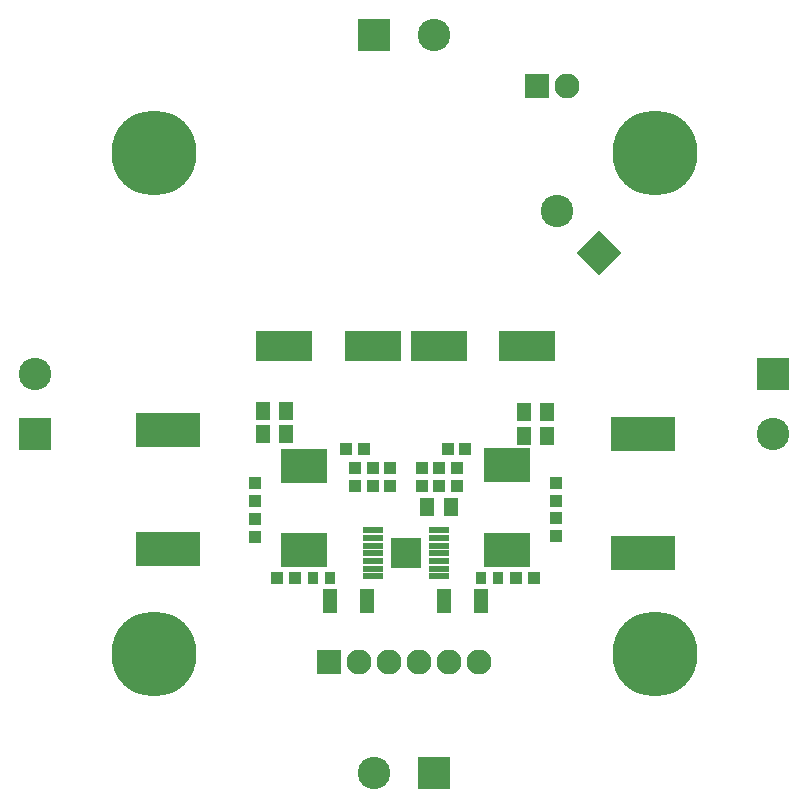
<source format=gbs>
G04*
G04 #@! TF.GenerationSoftware,Altium Limited,Altium Designer,18.1.6 (161)*
G04*
G04 Layer_Color=16711935*
%FSLAX25Y25*%
%MOIN*%
G70*
G01*
G75*
%ADD23R,0.04737X0.06115*%
%ADD33C,0.28359*%
%ADD34C,0.08300*%
%ADD35R,0.08300X0.08300*%
%ADD36C,0.10800*%
%ADD37P,0.15274X4X90.0*%
%ADD38R,0.10800X0.10800*%
%ADD39R,0.10800X0.10800*%
%ADD80R,0.07099X0.01981*%
%ADD81R,0.10485X0.09894*%
%ADD82R,0.03556X0.04343*%
%ADD83R,0.15800X0.11824*%
%ADD84R,0.18910X0.09855*%
%ADD85R,0.21666X0.11824*%
%ADD86R,0.04186X0.03910*%
%ADD87R,0.04343X0.03950*%
%ADD88R,0.03950X0.04343*%
%ADD89R,0.04540X0.07887*%
%ADD90R,0.03910X0.04186*%
%ADD91C,0.03543*%
D23*
X213779Y167126D02*
D03*
X221654D02*
D03*
X134646Y167717D02*
D03*
X126772D02*
D03*
X213779Y159252D02*
D03*
X221654D02*
D03*
X134646Y159843D02*
D03*
X126772D02*
D03*
X181496Y135433D02*
D03*
X189370D02*
D03*
D33*
X257402Y253465D02*
D03*
X90354Y253465D02*
D03*
X257402Y86417D02*
D03*
X90354D02*
D03*
D34*
X228110Y275787D02*
D03*
X188701Y84056D02*
D03*
X178701Y84056D02*
D03*
X158701Y84055D02*
D03*
X168701D02*
D03*
X198701Y84057D02*
D03*
D35*
X218110Y275787D02*
D03*
X148701Y84055D02*
D03*
D36*
X224803Y234252D02*
D03*
X183878Y292835D02*
D03*
X50984Y179941D02*
D03*
X296772Y159941D02*
D03*
X163878Y47047D02*
D03*
D37*
X238945Y220110D02*
D03*
D38*
X163878Y292835D02*
D03*
X183878Y47047D02*
D03*
D39*
X50984Y159941D02*
D03*
X296772Y179941D02*
D03*
D80*
X163386Y112402D02*
D03*
Y114961D02*
D03*
Y117520D02*
D03*
Y120079D02*
D03*
Y122638D02*
D03*
Y125197D02*
D03*
Y127756D02*
D03*
X185433Y112402D02*
D03*
Y114961D02*
D03*
Y117520D02*
D03*
Y120079D02*
D03*
Y122638D02*
D03*
Y125197D02*
D03*
Y127756D02*
D03*
D81*
X174409Y120079D02*
D03*
D82*
X205315Y111811D02*
D03*
X199606D02*
D03*
X149114Y111811D02*
D03*
X143405D02*
D03*
D83*
X208268Y149488D02*
D03*
Y121378D02*
D03*
X140551Y149291D02*
D03*
Y121181D02*
D03*
D84*
X133937Y189173D02*
D03*
X163465D02*
D03*
X214961D02*
D03*
X185433D02*
D03*
D85*
X253543Y120079D02*
D03*
Y159843D02*
D03*
X95079Y161221D02*
D03*
Y121457D02*
D03*
D86*
X224578Y125787D02*
D03*
Y131890D02*
D03*
X179724Y142626D02*
D03*
Y148728D02*
D03*
X124213Y125591D02*
D03*
Y131693D02*
D03*
X169095Y142618D02*
D03*
Y148721D02*
D03*
D87*
X224578Y143504D02*
D03*
Y137598D02*
D03*
X124213D02*
D03*
Y143504D02*
D03*
D88*
X185433Y142717D02*
D03*
X191339D02*
D03*
X157480Y142717D02*
D03*
X163386D02*
D03*
X191339Y148630D02*
D03*
X185433D02*
D03*
X157480Y148622D02*
D03*
X163386D02*
D03*
X194291Y154831D02*
D03*
X188386D02*
D03*
X154528Y154921D02*
D03*
X160433D02*
D03*
D89*
X199508Y104134D02*
D03*
X187106D02*
D03*
X161516D02*
D03*
X149114D02*
D03*
D90*
X217323Y111811D02*
D03*
X211221D02*
D03*
X137500Y111811D02*
D03*
X131398D02*
D03*
D91*
X172244Y117913D02*
D03*
X176575D02*
D03*
X172244Y122244D02*
D03*
X176575D02*
D03*
M02*

</source>
